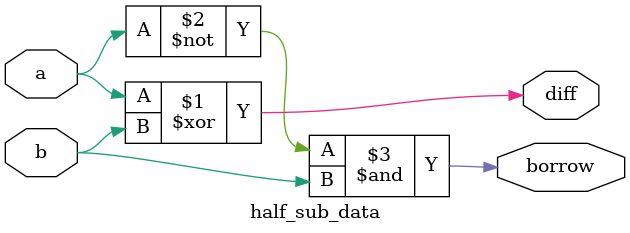
<source format=v>
`timescale 1ns / 1ps


module half_sub_data(
    input a,
    input b,
    output diff,
    output borrow
    );

assign diff= a^b;
assign borrow= ~a&b;

endmodule

</source>
